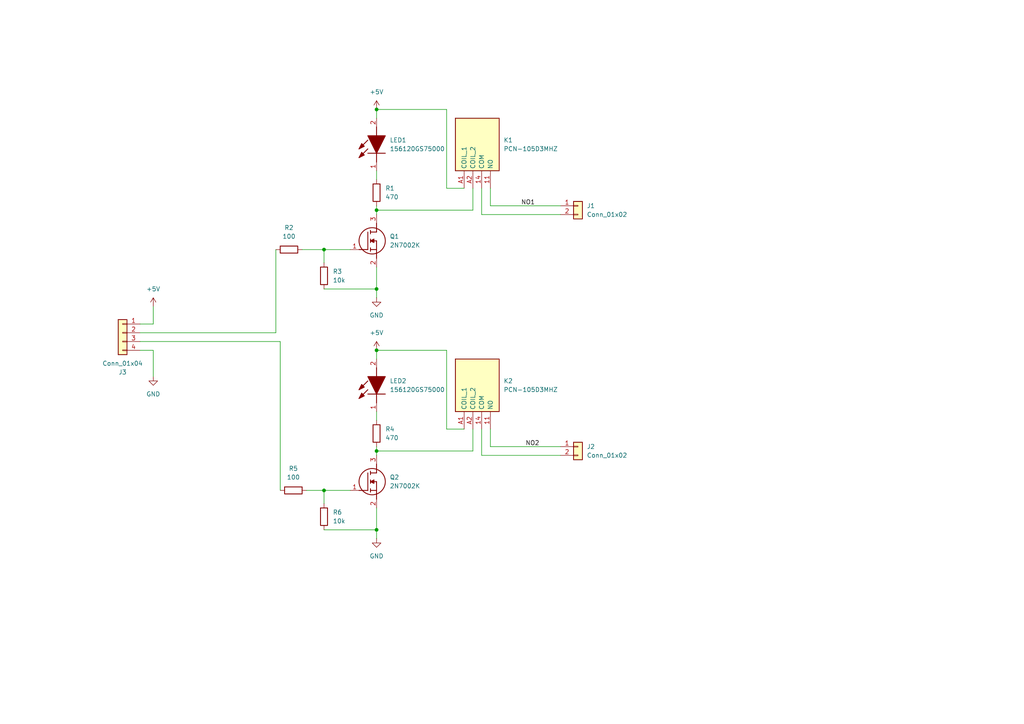
<source format=kicad_sch>
(kicad_sch (version 20250114) (generator "eeschema") (generator_version "9.0")
  (paper "A4")
  (lib_symbols
    (symbol "Connector_Generic:Conn_01x02" (pin_names (offset 1.016) (hide yes))
      (property "Reference" "J" (at 0 2.54 0))
      (property "Value" "Conn_01x02" (at 0 -5.08 0))
      (symbol "Conn_01x02_1_1"
        (rectangle (start -1.27 1.27) (end 1.27 -3.81) (stroke (width 0.254)) (fill (type background)))
        (rectangle (start -1.27 0.127) (end 0 -0.127) (stroke (width 0.1524)))
        (rectangle (start -1.27 -2.413) (end 0 -2.667) (stroke (width 0.1524)))
        (pin passive line (at -5.08 0 0) (length 3.81) (name "Pin_1") (number "1"))
        (pin passive line (at -5.08 -2.54 0) (length 3.81) (name "Pin_2") (number "2"))
      )
    )
    (symbol "Connector_Generic:Conn_01x04" (pin_names (offset 1.016) (hide yes))
      (property "Reference" "J" (at 0 5.08 0))
      (property "Value" "Conn_01x04" (at 0 -7.62 0))
      (symbol "Conn_01x04_1_1"
        (rectangle (start -1.27 3.81) (end 1.27 -6.35) (stroke (width 0.254)) (fill (type background)))
        (rectangle (start -1.27 2.667) (end 0 2.413) (stroke (width 0.1524)))
        (rectangle (start -1.27 0.127) (end 0 -0.127) (stroke (width 0.1524)))
        (rectangle (start -1.27 -2.413) (end 0 -2.667) (stroke (width 0.1524)))
        (rectangle (start -1.27 -4.953) (end 0 -5.207) (stroke (width 0.1524)))
        (pin passive line (at -5.08 2.54 0) (length 3.81) (name "Pin_1") (number "1"))
        (pin passive line (at -5.08 0 0) (length 3.81) (name "Pin_2") (number "2"))
        (pin passive line (at -5.08 -2.54 0) (length 3.81) (name "Pin_3") (number "3"))
        (pin passive line (at -5.08 -5.08 0) (length 3.81) (name "Pin_4") (number "4"))
      )
    )
    (symbol "Device:R" (pin_numbers (hide yes)) (pin_names (offset 0))
      (property "Reference" "R" (at 2.032 0 90))
      (property "Value" "R" (at 0 0 90))
      (symbol "R_0_1"
        (rectangle (start -1.016 -2.54) (end 1.016 2.54) (stroke (width 0.254)))
      )
      (symbol "R_1_1"
        (pin passive line (at 0 3.81 270) (length 1.27) (name "~") (number "1"))
        (pin passive line (at 0 -3.81 90) (length 1.27) (name "~") (number "2"))
      )
    )
    (symbol "SamacSys_Parts:156120GS75000" (pin_names (hide yes))
      (property "Reference" "LED" (at 12.7 8.89 0))
      (property "Value" "156120GS75000" (at 12.7 6.35 0))
      (symbol "156120GS75000_1_1"
        (polyline (pts (xy 2.54 0) (xy 5.08 0)) (stroke (width 0.254)))
        (polyline (pts (xy 5.08 2.54) (xy 5.08 -2.54)) (stroke (width 0.254)))
        (polyline (pts (xy 5.08 0) (xy 10.16 2.54) (xy 10.16 -2.54) (xy 5.08 0)) (stroke (width 0.254)) (fill (type outline)))
        (polyline (pts (xy 5.334 4.318) (xy 4.572 3.556) (xy 3.81 5.08) (xy 5.334 4.318)) (stroke (width 0.254)) (fill (type outline)))
        (polyline (pts (xy 6.35 2.54) (xy 3.81 5.08)) (stroke (width 0.254)))
        (polyline (pts (xy 7.874 4.318) (xy 7.112 3.556) (xy 6.35 5.08) (xy 7.874 4.318)) (stroke (width 0.254)) (fill (type outline)))
        (polyline (pts (xy 8.89 2.54) (xy 6.35 5.08)) (stroke (width 0.254)))
        (polyline (pts (xy 10.16 0) (xy 12.7 0)) (stroke (width 0.254)))
        (pin passive line (at 0 0 0) (length 2.54) (name "K") (number "1"))
        (pin passive line (at 15.24 0 180) (length 2.54) (name "A") (number "2"))
      )
    )
    (symbol "SamacSys_Parts:2N7002K" (pin_names (hide yes))
      (property "Reference" "Q" (at 11.43 3.81 0))
      (property "Value" "2N7002K" (at 11.43 1.27 0))
      (symbol "2N7002K_1_1"
        (polyline (pts (xy 2.54 0) (xy 5.08 0)) (stroke (width 0.254)))
        (polyline (pts (xy 5.08 5.08) (xy 5.08 0)) (stroke (width 0.254)))
        (polyline (pts (xy 5.842 5.588) (xy 5.842 4.572)) (stroke (width 0.254)))
        (polyline (pts (xy 5.842 2.54) (xy 6.858 3.048) (xy 6.858 2.032) (xy 5.842 2.54)) (stroke (width 0.254)) (fill (type outline)))
        (polyline (pts (xy 5.842 2.032) (xy 5.842 3.048)) (stroke (width 0.254)))
        (polyline (pts (xy 5.842 0) (xy 7.62 0)) (stroke (width 0.254)))
        (polyline (pts (xy 5.842 -0.508) (xy 5.842 0.508)) (stroke (width 0.254)))
        (circle (center 6.35 2.54) (radius 3.81) (stroke (width 0.254)))
        (polyline (pts (xy 7.62 5.08) (xy 5.842 5.08)) (stroke (width 0.254)))
        (polyline (pts (xy 7.62 5.08) (xy 7.62 7.62)) (stroke (width 0.254)))
        (polyline (pts (xy 7.62 2.54) (xy 5.842 2.54)) (stroke (width 0.254)))
        (polyline (pts (xy 7.62 2.54) (xy 7.62 -2.54)) (stroke (width 0.254)))
        (pin passive line (at 0 0 0) (length 2.54) (name "G") (number "1"))
        (pin passive line (at 7.62 10.16 270) (length 2.54) (name "D") (number "3"))
        (pin passive line (at 7.62 -5.08 90) (length 2.54) (name "S") (number "2"))
      )
    )
    (symbol "SamacSys_Parts:PCN-105D3MHZ"
      (property "Reference" "K" (at 21.59 7.62 0))
      (property "Value" "PCN-105D3MHZ" (at 21.59 5.08 0))
      (symbol "PCN-105D3MHZ_1_1"
        (rectangle (start 5.08 2.54) (end 20.32 -10.16) (stroke (width 0.254)) (fill (type background)))
        (pin passive line (at 0 0 0) (length 5.08) (name "COIL_1") (number "A1"))
        (pin passive line (at 0 -2.54 0) (length 5.08) (name "COIL_2") (number "A2"))
        (pin passive line (at 0 -5.08 0) (length 5.08) (name "COM") (number "14"))
        (pin passive line (at 0 -7.62 0) (length 5.08) (name "NO") (number "11"))
      )
    )
    (symbol "power:+5V" (power) (pin_numbers (hide yes)) (pin_names (offset 0) (hide yes))
      (property "Value" "+5V" (at 0 3.556 0))
      (symbol "+5V_0_1"
        (polyline (pts (xy -0.762 1.27) (xy 0 2.54)))
        (polyline (pts (xy 0 2.54) (xy 0.762 1.27)))
        (polyline (pts (xy 0 0) (xy 0 2.54)))
      )
      (symbol "+5V_1_1"
        (pin power_in line (at 0 0 90) (length 0) (name "~") (number "1"))
      )
    )
    (symbol "power:GND" (power) (pin_numbers (hide yes)) (pin_names (offset 0) (hide yes))
      (property "Value" "GND" (at 0 -3.81 0))
      (symbol "GND_0_1"
        (polyline (pts (xy 0 0) (xy 0 -1.27) (xy 1.27 -1.27) (xy 0 -2.54) (xy -1.27 -1.27) (xy 0 -1.27)))
      )
      (symbol "GND_1_1"
        (pin power_in line (at 0 0 270) (length 0) (name "~") (number "1"))
      )
    )
  )
  (junction (at 109.22 153.67))
  (junction (at 109.22 101.6))
  (junction (at 109.22 31.75))
  (junction (at 109.22 83.82))
  (junction (at 109.22 130.81))
  (junction (at 93.98 72.39))
  (junction (at 93.98 142.24))
  (junction (at 109.22 60.96))
  (wire (pts (xy 109.22 60.96) (xy 109.22 62.23)))
  (wire (pts (xy 87.63 72.39) (xy 93.98 72.39)))
  (wire (pts (xy 129.54 31.75) (xy 109.22 31.75)))
  (wire (pts (xy 93.98 142.24) (xy 93.98 146.05)))
  (wire (pts (xy 129.54 124.46) (xy 129.54 101.6)))
  (wire (pts (xy 142.24 59.69) (xy 142.24 54.61)))
  (wire (pts (xy 109.22 153.67) (xy 109.22 156.21)))
  (wire (pts (xy 109.22 130.81) (xy 109.22 132.08)))
  (wire (pts (xy 101.6 142.24) (xy 93.98 142.24)))
  (wire (pts (xy 162.56 129.54) (xy 142.24 129.54)))
  (wire (pts (xy 109.22 147.32) (xy 109.22 153.67)))
  (wire (pts (xy 139.7 132.08) (xy 139.7 124.46)))
  (wire (pts (xy 134.62 54.61) (xy 129.54 54.61)))
  (wire (pts (xy 109.22 119.38) (xy 109.22 121.92)))
  (wire (pts (xy 81.28 99.06) (xy 40.64 99.06)))
  (wire (pts (xy 137.16 130.81) (xy 137.16 124.46)))
  (wire (pts (xy 88.9 142.24) (xy 93.98 142.24)))
  (wire (pts (xy 44.45 101.6) (xy 44.45 109.22)))
  (wire (pts (xy 109.22 101.6) (xy 109.22 104.14)))
  (wire (pts (xy 93.98 72.39) (xy 93.98 76.2)))
  (wire (pts (xy 162.56 62.23) (xy 139.7 62.23)))
  (wire (pts (xy 109.22 77.47) (xy 109.22 83.82)))
  (wire (pts (xy 129.54 101.6) (xy 109.22 101.6)))
  (wire (pts (xy 109.22 130.81) (xy 137.16 130.81)))
  (wire (pts (xy 162.56 132.08) (xy 139.7 132.08)))
  (wire (pts (xy 80.01 96.52) (xy 40.64 96.52)))
  (wire (pts (xy 109.22 49.53) (xy 109.22 52.07)))
  (wire (pts (xy 137.16 60.96) (xy 137.16 54.61)))
  (wire (pts (xy 40.64 93.98) (xy 44.45 93.98)))
  (wire (pts (xy 44.45 88.9) (xy 44.45 93.98)))
  (wire (pts (xy 109.22 129.54) (xy 109.22 130.81)))
  (wire (pts (xy 142.24 129.54) (xy 142.24 124.46)))
  (wire (pts (xy 109.22 83.82) (xy 109.22 86.36)))
  (wire (pts (xy 109.22 60.96) (xy 137.16 60.96)))
  (wire (pts (xy 40.64 101.6) (xy 44.45 101.6)))
  (wire (pts (xy 80.01 72.39) (xy 80.01 96.52)))
  (wire (pts (xy 93.98 83.82) (xy 109.22 83.82)))
  (wire (pts (xy 81.28 142.24) (xy 81.28 99.06)))
  (wire (pts (xy 162.56 59.69) (xy 142.24 59.69)))
  (wire (pts (xy 109.22 59.69) (xy 109.22 60.96)))
  (wire (pts (xy 109.22 31.75) (xy 109.22 34.29)))
  (wire (pts (xy 139.7 62.23) (xy 139.7 54.61)))
  (wire (pts (xy 129.54 54.61) (xy 129.54 31.75)))
  (wire (pts (xy 93.98 153.67) (xy 109.22 153.67)))
  (wire (pts (xy 101.6 72.39) (xy 93.98 72.39)))
  (wire (pts (xy 134.62 124.46) (xy 129.54 124.46)))
  (label "NO2" (at 152.4 129.54 0))
  (label "NO1" (at 151.13 59.69 0))
  (symbol (lib_id "power:GND") (at 109.22 156.21 0) (unit 1)
    (property "Reference" "#PWR04" (effects (hide yes)))
    (property "Value" "GND" (at 109.22 161.29 0))
    (property "Description" "Power symbol creates a global label with name \"GND\" , ground" (effects (hide yes)))
  )
  (symbol (lib_id "Connector_Generic:Conn_01x02") (at 167.64 129.54 0) (unit 1)
    (property "Reference" "J2" (at 170.18 129.5399 0) (effects (justify left)))
    (property "Value" "Conn_01x02" (at 170.18 132.0799 0) (effects (justify left)))
    (property "Footprint" "Connector_PinHeader_2.54mm:PinHeader_1x02_P2.54mm_Vertical" (effects (hide yes)))
    (property "Description" "Generic connector, single row, 01x02, script generated (kicad-library-utils/schlib/autogen/connector/)" (effects (hide yes)))
  )
  (symbol (lib_id "Connector_Generic:Conn_01x02") (at 167.64 59.69 0) (unit 1)
    (property "Reference" "J1" (at 170.18 59.6899 0) (effects (justify left)))
    (property "Value" "Conn_01x02" (at 170.18 62.2299 0) (effects (justify left)))
    (property "Footprint" "Connector_PinHeader_2.54mm:PinHeader_1x02_P2.54mm_Vertical" (effects (hide yes)))
    (property "Description" "Generic connector, single row, 01x02, script generated (kicad-library-utils/schlib/autogen/connector/)" (effects (hide yes)))
  )
  (symbol (lib_id "Connector_Generic:Conn_01x04") (at 35.56 96.52 0) (mirror y) (unit 1)
    (property "Reference" "J3" (at 35.56 107.95 0))
    (property "Value" "Conn_01x04" (at 35.56 105.41 0))
    (property "Footprint" "Connector_PinHeader_2.54mm:PinHeader_1x04_P2.54mm_Vertical" (effects (hide yes)))
    (property "Description" "Generic connector, single row, 01x04, script generated (kicad-library-utils/schlib/autogen/connector/)" (effects (hide yes)))
  )
  (symbol (lib_id "power:+5V") (at 44.45 88.9 0) (unit 1)
    (property "Reference" "#PWR06" (effects (hide yes)))
    (property "Value" "+5V" (at 44.45 83.82 0))
    (property "Description" "Power symbol creates a global label with name \"+5V\"" (effects (hide yes)))
  )
  (symbol (lib_id "Device:R") (at 83.82 72.39 90) (unit 1)
    (property "Reference" "R2" (at 83.82 66.04 90))
    (property "Value" "100" (at 83.82 68.58 90))
    (property "Footprint" "Resistor_SMD:R_1206_3216Metric" (effects (hide yes)))
    (property "Description" "Resistor" (effects (hide yes)))
    (property "Manufacturer_Name" "YAGEO " (effects (hide yes)))
    (property "Manufacturer_Part_Number" "AC1206FR-07100RL " (effects (hide yes)))
    (property "Mouser Part Number" "603-AC1206FR-07100RL " (effects (hide yes)))
  )
  (symbol (lib_id "power:GND") (at 109.22 86.36 0) (unit 1)
    (property "Reference" "#PWR01" (effects (hide yes)))
    (property "Value" "GND" (at 109.22 91.44 0))
    (property "Description" "Power symbol creates a global label with name \"GND\" , ground" (effects (hide yes)))
  )
  (symbol (lib_id "power:+5V") (at 109.22 101.6 0) (unit 1)
    (property "Reference" "#PWR03" (effects (hide yes)))
    (property "Value" "+5V" (at 109.22 96.52 0))
    (property "Description" "Power symbol creates a global label with name \"+5V\"" (effects (hide yes)))
  )
  (symbol (lib_id "SamacSys_Parts:156120GS75000") (at 109.22 49.53 90) (unit 1)
    (property "Reference" "LED1" (at 113.03 40.6399 90) (effects (justify right)))
    (property "Value" "156120GS75000" (at 113.03 43.1799 90) (effects (justify right)))
    (property "Footprint" "SamacSys_Parts:156120GS75000" (effects (hide yes)))
    (property "Datasheet" "https://www.we-online.com/katalog/datasheet/156120GS75000.pdf" (effects (hide yes)))
    (property "Description" "WURTH ELEKTRONIK - 156120GS75000 - LED, Reverse Mount, Rectangular, Green, SMD, 25 mA, 3.3 V, 525 nm" (effects (hide yes)))
    (property "Height" "1.3" (effects (hide yes)))
    (property "Mouser Part Number" "710-156120GS75000" (effects (hide yes)))
    (property "Mouser Price/Stock" "https://www.mouser.co.uk/ProductDetail/Wurth-Elektronik/156120GS75000?qs=LlUlMxKIyB2C7it69rl%252BWQ%3D%3D" (effects (hide yes)))
    (property "Manufacturer_Name" "Wurth Elektronik" (effects (hide yes)))
    (property "Manufacturer_Part_Number" "156120GS75000" (effects (hide yes)))
  )
  (symbol (lib_id "Device:R") (at 93.98 80.01 0) (unit 1)
    (property "Reference" "R3" (at 96.52 78.7399 0) (effects (justify left)))
    (property "Value" "10k" (at 96.52 81.2799 0) (effects (justify left)))
    (property "Footprint" "Resistor_SMD:R_1206_3216Metric" (effects (hide yes)))
    (property "Description" "Resistor" (effects (hide yes)))
    (property "Manufacturer_Name" "YAGEO " (effects (hide yes)))
    (property "Manufacturer_Part_Number" "RC1206FR-1310KL " (effects (hide yes)))
    (property "Mouser Part Number" "603-RC1206FR-1310KL " (effects (hide yes)))
  )
  (symbol (lib_id "SamacSys_Parts:156120GS75000") (at 109.22 119.38 90) (unit 1)
    (property "Reference" "LED2" (at 113.03 110.4899 90) (effects (justify right)))
    (property "Value" "156120GS75000" (at 113.03 113.0299 90) (effects (justify right)))
    (property "Footprint" "SamacSys_Parts:156120GS75000" (effects (hide yes)))
    (property "Datasheet" "https://www.we-online.com/katalog/datasheet/156120GS75000.pdf" (effects (hide yes)))
    (property "Description" "WURTH ELEKTRONIK - 156120GS75000 - LED, Reverse Mount, Rectangular, Green, SMD, 25 mA, 3.3 V, 525 nm" (effects (hide yes)))
    (property "Height" "1.3" (effects (hide yes)))
    (property "Mouser Part Number" "710-156120GS75000" (effects (hide yes)))
    (property "Mouser Price/Stock" "https://www.mouser.co.uk/ProductDetail/Wurth-Elektronik/156120GS75000?qs=LlUlMxKIyB2C7it69rl%252BWQ%3D%3D" (effects (hide yes)))
    (property "Manufacturer_Name" "Wurth Elektronik" (effects (hide yes)))
    (property "Manufacturer_Part_Number" "156120GS75000" (effects (hide yes)))
  )
  (symbol (lib_id "SamacSys_Parts:2N7002K") (at 101.6 142.24 0) (unit 1)
    (property "Reference" "Q2" (at 113.03 138.4299 0) (effects (justify left)))
    (property "Value" "2N7002K" (at 113.03 140.9699 0) (effects (justify left)))
    (property "Footprint" "SamacSys_Parts:SOT95P240X120-3N" (effects (hide yes)))
    (property "Datasheet" "https://www.onsemi.com/pub/Collateral/2N7002K-FSC-D.PDF" (effects (hide yes)))
    (property "Description" "Low RDS(on); Surface Mount Package; This is a Pb-Free Device; ESD Protected; RoHS Compliant" (effects (hide yes)))
    (property "Manufacturer_Name" "onsemi" (effects (hide yes)))
    (property "Manufacturer_Part_Number" "2N7002K" (effects (hide yes)))
    (property "Mouser Part Number" "512-2N7002K" (effects (hide yes)))
    (property "Height" "1.2" (effects (hide yes)))
    (property "Mouser Price/Stock" "https://www.mouser.co.uk/ProductDetail/onsemi-Fairchild/2N7002K?qs=iS%252BvaFGfLorx0keKeEIrfg%3D%3D" (effects (hide yes)))
  )
  (symbol (lib_id "SamacSys_Parts:PCN-105D3MHZ") (at 134.62 54.61 90) (unit 1)
    (property "Reference" "K1" (at 146.05 40.6399 90) (effects (justify right)))
    (property "Value" "PCN-105D3MHZ" (at 146.05 43.1799 90) (effects (justify right)))
    (property "Footprint" "SamacSys_Parts:PCN105D3MHZ" (effects (hide yes)))
    (property "Datasheet" "https://www.te.com/commerce/DocumentDelivery/DDEController?Action=showdoc&DocId=Data+Sheet%7FPCN_series_relay_data_sheet_E%7F0820%7Fpdf%7FEnglish%7FENG_DS_PCN_series_relay_data_sheet_E_0820.pdf%7F1721441-2" (effects (hide yes)))
    (property "Description" "SPST-NO Slim PCB relay,3A 5Vdc coil SPST-NO PCB Mount Non-Latching Relay Through Hole, 5V dc" (effects (hide yes)))
    (property "Height" "12.5" (effects (hide yes)))
    (property "Mouser Part Number" "677-PCN-105D3MHZ" (effects (hide yes)))
    (property "Mouser Price/Stock" "https://www.mouser.co.uk/ProductDetail/TE-Connectivity/PCN-105D3MHZ?qs=YjZJnJrCSBSGwNhMyUxenA%3D%3D" (effects (hide yes)))
    (property "Manufacturer_Name" "TE Connectivity" (effects (hide yes)))
    (property "Manufacturer_Part_Number" "PCN-105D3MHZ" (effects (hide yes)))
  )
  (symbol (lib_id "Device:R") (at 93.98 149.86 0) (unit 1)
    (property "Reference" "R6" (at 96.52 148.5899 0) (effects (justify left)))
    (property "Value" "10k" (at 96.52 151.1299 0) (effects (justify left)))
    (property "Footprint" "Resistor_SMD:R_1206_3216Metric" (effects (hide yes)))
    (property "Description" "Resistor" (effects (hide yes)))
    (property "Manufacturer_Name" "YAGEO " (effects (hide yes)))
    (property "Manufacturer_Part_Number" "RC1206FR-1310KL " (effects (hide yes)))
    (property "Mouser Part Number" "603-RC1206FR-1310KL " (effects (hide yes)))
  )
  (symbol (lib_id "power:+5V") (at 109.22 31.75 0) (unit 1)
    (property "Reference" "#PWR02" (effects (hide yes)))
    (property "Value" "+5V" (at 109.22 26.67 0))
    (property "Description" "Power symbol creates a global label with name \"+5V\"" (effects (hide yes)))
  )
  (symbol (lib_id "SamacSys_Parts:PCN-105D3MHZ") (at 134.62 124.46 90) (unit 1)
    (property "Reference" "K2" (at 146.05 110.4899 90) (effects (justify right)))
    (property "Value" "PCN-105D3MHZ" (at 146.05 113.0299 90) (effects (justify right)))
    (property "Footprint" "SamacSys_Parts:PCN105D3MHZ" (effects (hide yes)))
    (property "Datasheet" "https://www.te.com/commerce/DocumentDelivery/DDEController?Action=showdoc&DocId=Data+Sheet%7FPCN_series_relay_data_sheet_E%7F0820%7Fpdf%7FEnglish%7FENG_DS_PCN_series_relay_data_sheet_E_0820.pdf%7F1721441-2" (effects (hide yes)))
    (property "Description" "SPST-NO Slim PCB relay,3A 5Vdc coil SPST-NO PCB Mount Non-Latching Relay Through Hole, 5V dc" (effects (hide yes)))
    (property "Height" "12.5" (effects (hide yes)))
    (property "Mouser Part Number" "677-PCN-105D3MHZ" (effects (hide yes)))
    (property "Mouser Price/Stock" "https://www.mouser.co.uk/ProductDetail/TE-Connectivity/PCN-105D3MHZ?qs=YjZJnJrCSBSGwNhMyUxenA%3D%3D" (effects (hide yes)))
    (property "Manufacturer_Name" "TE Connectivity" (effects (hide yes)))
    (property "Manufacturer_Part_Number" "PCN-105D3MHZ" (effects (hide yes)))
  )
  (symbol (lib_id "Device:R") (at 109.22 125.73 0) (unit 1)
    (property "Reference" "R4" (at 111.76 124.4599 0) (effects (justify left)))
    (property "Value" "470" (at 111.76 126.9999 0) (effects (justify left)))
    (property "Footprint" "Resistor_SMD:R_1206_3216Metric" (effects (hide yes)))
    (property "Description" "Resistor" (effects (hide yes)))
    (property "Manufacturer_Name" "YAGEO " (effects (hide yes)))
    (property "Manufacturer_Part_Number" "AC1206FR-07470RL " (effects (hide yes)))
    (property "Mouser Part Number" "603-AC1206FR-07470RL " (effects (hide yes)))
  )
  (symbol (lib_id "SamacSys_Parts:2N7002K") (at 101.6 72.39 0) (unit 1)
    (property "Reference" "Q1" (at 113.03 68.5799 0) (effects (justify left)))
    (property "Value" "2N7002K" (at 113.03 71.1199 0) (effects (justify left)))
    (property "Footprint" "SamacSys_Parts:SOT95P240X120-3N" (effects (hide yes)))
    (property "Datasheet" "https://www.onsemi.com/pub/Collateral/2N7002K-FSC-D.PDF" (effects (hide yes)))
    (property "Description" "Low RDS(on); Surface Mount Package; This is a Pb-Free Device; ESD Protected; RoHS Compliant" (effects (hide yes)))
    (property "Manufacturer_Name" "onsemi" (effects (hide yes)))
    (property "Manufacturer_Part_Number" "2N7002K" (effects (hide yes)))
    (property "Mouser Part Number" "512-2N7002K" (effects (hide yes)))
    (property "Height" "1.2" (effects (hide yes)))
    (property "Mouser Price/Stock" "https://www.mouser.co.uk/ProductDetail/onsemi-Fairchild/2N7002K?qs=iS%252BvaFGfLorx0keKeEIrfg%3D%3D" (effects (hide yes)))
  )
  (symbol (lib_id "Device:R") (at 109.22 55.88 0) (unit 1)
    (property "Reference" "R1" (at 111.76 54.6099 0) (effects (justify left)))
    (property "Value" "470" (at 111.76 57.1499 0) (effects (justify left)))
    (property "Footprint" "Resistor_SMD:R_1206_3216Metric" (effects (hide yes)))
    (property "Description" "Resistor" (effects (hide yes)))
    (property "Manufacturer_Name" "YAGEO " (effects (hide yes)))
    (property "Manufacturer_Part_Number" "AC1206FR-07470RL " (effects (hide yes)))
    (property "Mouser Part Number" "603-AC1206FR-07470RL " (effects (hide yes)))
  )
  (symbol (lib_id "Device:R") (at 85.09 142.24 90) (unit 1)
    (property "Reference" "R5" (at 85.09 135.89 90))
    (property "Value" "100" (at 85.09 138.43 90))
    (property "Footprint" "Resistor_SMD:R_1206_3216Metric" (effects (hide yes)))
    (property "Description" "Resistor" (effects (hide yes)))
    (property "Manufacturer_Name" "YAGEO " (effects (hide yes)))
    (property "Manufacturer_Part_Number" "AC1206FR-07100RL " (effects (hide yes)))
    (property "Mouser Part Number" "603-AC1206FR-07100RL " (effects (hide yes)))
  )
  (symbol (lib_id "power:GND") (at 44.45 109.22 0) (unit 1)
    (property "Reference" "#PWR05" (effects (hide yes)))
    (property "Value" "GND" (at 44.45 114.3 0))
    (property "Description" "Power symbol creates a global label with name \"GND\" , ground" (effects (hide yes)))
  )
)
</source>
